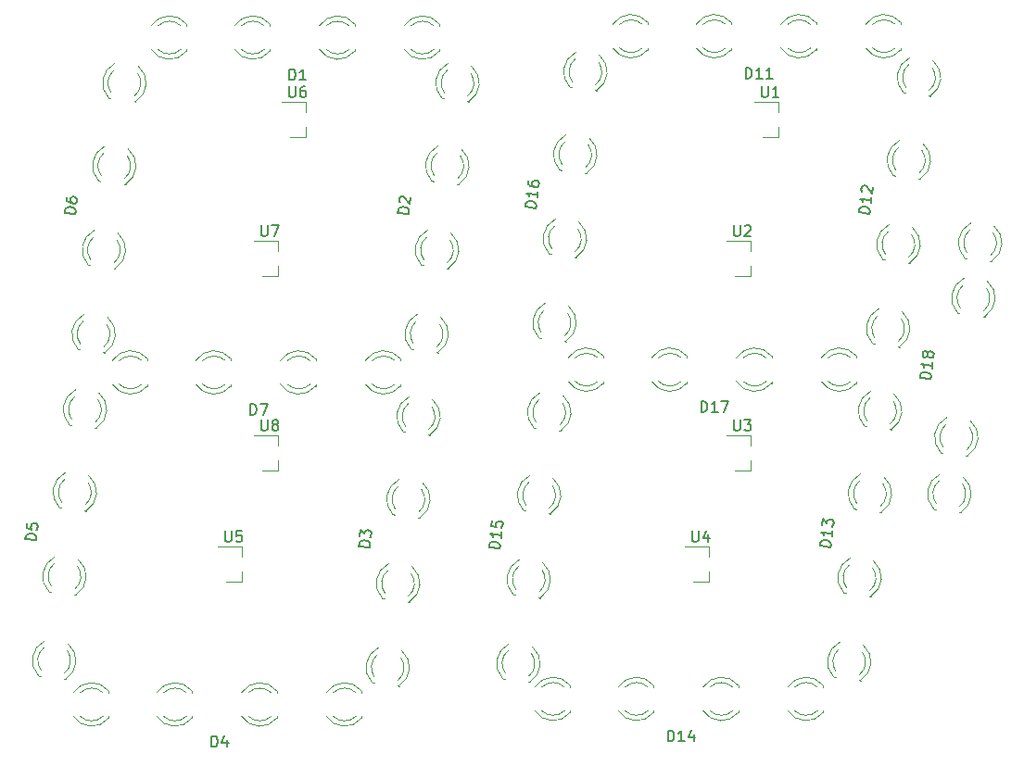
<source format=gto>
G04 #@! TF.GenerationSoftware,KiCad,Pcbnew,5.1.5-5.1.5*
G04 #@! TF.CreationDate,2020-09-06T13:46:07+10:00*
G04 #@! TF.ProjectId,7segment,37736567-6d65-46e7-942e-6b696361645f,rev?*
G04 #@! TF.SameCoordinates,PX292dfe0PY1d11680*
G04 #@! TF.FileFunction,Legend,Top*
G04 #@! TF.FilePolarity,Positive*
%FSLAX46Y46*%
G04 Gerber Fmt 4.6, Leading zero omitted, Abs format (unit mm)*
G04 Created by KiCad (PCBNEW 5.1.5-5.1.5) date 2020-09-06 13:46:07*
%MOMM*%
%LPD*%
G04 APERTURE LIST*
%ADD10C,0.120000*%
%ADD11C,0.150000*%
G04 APERTURE END LIST*
D10*
X88907018Y-30440832D02*
X89061855Y-30459844D01*
X91205755Y-30723082D02*
X91360592Y-30742093D01*
X89457159Y-27251773D02*
G75*
G03X88907499Y-30440891I866762J-1791318D01*
G01*
X91598295Y-27514670D02*
G75*
G02X91360112Y-30742034I-1274374J-1528421D01*
G01*
X89379015Y-27878122D02*
G75*
G03X89125110Y-29944674I944906J-1164969D01*
G01*
X91522591Y-28141320D02*
G75*
G02X91269010Y-30207911I-1198670J-901771D01*
G01*
X88287922Y-35482967D02*
X88442759Y-35501978D01*
X90586659Y-35765216D02*
X90741496Y-35784228D01*
X88838062Y-32293906D02*
G75*
G03X88288402Y-35483026I866763J-1791319D01*
G01*
X90979201Y-32556804D02*
G75*
G02X90741016Y-35784169I-1274376J-1528421D01*
G01*
X88759919Y-32920256D02*
G75*
G03X88506014Y-34986808I944906J-1164969D01*
G01*
X90903495Y-33183454D02*
G75*
G02X90649914Y-35250046I-1198670J-901771D01*
G01*
X86724704Y-48214356D02*
X86879541Y-48233368D01*
X89023441Y-48496606D02*
X89178278Y-48515617D01*
X87274845Y-45025296D02*
G75*
G03X86725184Y-48214415I866762J-1791319D01*
G01*
X89415981Y-45288194D02*
G75*
G02X89177798Y-48515558I-1274374J-1528421D01*
G01*
X87196701Y-45651646D02*
G75*
G03X86942796Y-47718198I944906J-1164969D01*
G01*
X89340277Y-45914844D02*
G75*
G02X89086696Y-47981435I-1198670J-901771D01*
G01*
X88388867Y-53664793D02*
X88543704Y-53683805D01*
X86090130Y-53382544D02*
X86244967Y-53401556D01*
X88705703Y-51083032D02*
G75*
G02X88452122Y-53149623I-1198670J-901771D01*
G01*
X86562128Y-50819835D02*
G75*
G03X86308222Y-52886385I944905J-1164968D01*
G01*
X88781407Y-50456382D02*
G75*
G02X88543224Y-53683746I-1274374J-1528421D01*
G01*
X86640271Y-50193485D02*
G75*
G03X86090611Y-53382603I866762J-1791318D01*
G01*
X26160000Y-49840000D02*
X24700000Y-49840000D01*
X26160000Y-46680000D02*
X24000000Y-46680000D01*
X26160000Y-46680000D02*
X26160000Y-47610000D01*
X26160000Y-49840000D02*
X26160000Y-48910000D01*
X26160000Y-32060000D02*
X24700000Y-32060000D01*
X26160000Y-28900000D02*
X24000000Y-28900000D01*
X26160000Y-28900000D02*
X26160000Y-29830000D01*
X26160000Y-32060000D02*
X26160000Y-31130000D01*
X28700000Y-19360000D02*
X27240000Y-19360000D01*
X28700000Y-16200000D02*
X26540000Y-16200000D01*
X28700000Y-16200000D02*
X28700000Y-17130000D01*
X28700000Y-19360000D02*
X28700000Y-18430000D01*
X22858000Y-60000000D02*
X21398000Y-60000000D01*
X22858000Y-56840000D02*
X20698000Y-56840000D01*
X22858000Y-56840000D02*
X22858000Y-57770000D01*
X22858000Y-60000000D02*
X22858000Y-59070000D01*
X65530000Y-60000000D02*
X64070000Y-60000000D01*
X65530000Y-56840000D02*
X63370000Y-56840000D01*
X65530000Y-56840000D02*
X65530000Y-57770000D01*
X65530000Y-60000000D02*
X65530000Y-59070000D01*
X69340000Y-49840000D02*
X67880000Y-49840000D01*
X69340000Y-46680000D02*
X67180000Y-46680000D01*
X69340000Y-46680000D02*
X69340000Y-47610000D01*
X69340000Y-49840000D02*
X69340000Y-48910000D01*
X69340000Y-32060000D02*
X67880000Y-32060000D01*
X69340000Y-28900000D02*
X67180000Y-28900000D01*
X69340000Y-28900000D02*
X69340000Y-29830000D01*
X69340000Y-32060000D02*
X69340000Y-31130000D01*
X71880000Y-19360000D02*
X70420000Y-19360000D01*
X71880000Y-16200000D02*
X69720000Y-16200000D01*
X71880000Y-16200000D02*
X71880000Y-17130000D01*
X71880000Y-19360000D02*
X71880000Y-18430000D01*
X55916000Y-41876000D02*
X55916000Y-41720000D01*
X55916000Y-39560000D02*
X55916000Y-39404000D01*
X52683665Y-41718608D02*
G75*
G03X55916000Y-41875516I1672335J1078608D01*
G01*
X52683665Y-39561392D02*
G75*
G02X55916000Y-39404484I1672335J-1078608D01*
G01*
X53314870Y-41719837D02*
G75*
G03X55396961Y-41720000I1041130J1079837D01*
G01*
X53314870Y-39560163D02*
G75*
G02X55396961Y-39560000I1041130J-1079837D01*
G01*
X63536000Y-41876000D02*
X63536000Y-41720000D01*
X63536000Y-39560000D02*
X63536000Y-39404000D01*
X60303665Y-41718608D02*
G75*
G03X63536000Y-41875516I1672335J1078608D01*
G01*
X60303665Y-39561392D02*
G75*
G02X63536000Y-39404484I1672335J-1078608D01*
G01*
X60934870Y-41719837D02*
G75*
G03X63016961Y-41720000I1041130J1079837D01*
G01*
X60934870Y-39560163D02*
G75*
G02X63016961Y-39560000I1041130J-1079837D01*
G01*
X71283000Y-41876000D02*
X71283000Y-41720000D01*
X71283000Y-39560000D02*
X71283000Y-39404000D01*
X68050665Y-41718608D02*
G75*
G03X71283000Y-41875516I1672335J1078608D01*
G01*
X68050665Y-39561392D02*
G75*
G02X71283000Y-39404484I1672335J-1078608D01*
G01*
X68681870Y-41719837D02*
G75*
G03X70763961Y-41720000I1041130J1079837D01*
G01*
X68681870Y-39560163D02*
G75*
G02X70763961Y-39560000I1041130J-1079837D01*
G01*
X79030000Y-39560000D02*
X79030000Y-39404000D01*
X79030000Y-41876000D02*
X79030000Y-41720000D01*
X76428870Y-39560163D02*
G75*
G02X78510961Y-39560000I1041130J-1079837D01*
G01*
X76428870Y-41719837D02*
G75*
G03X78510961Y-41720000I1041130J1079837D01*
G01*
X75797665Y-39561392D02*
G75*
G02X79030000Y-39404484I1672335J-1078608D01*
G01*
X75797665Y-41718608D02*
G75*
G03X79030000Y-41875516I1672335J1078608D01*
G01*
X52839018Y-14819832D02*
X52993855Y-14838844D01*
X55137755Y-15102082D02*
X55292592Y-15121093D01*
X53389159Y-11630773D02*
G75*
G03X52839499Y-14819891I866762J-1791318D01*
G01*
X55530295Y-11893670D02*
G75*
G02X55292112Y-15121034I-1274374J-1528421D01*
G01*
X53311015Y-12257122D02*
G75*
G03X53057110Y-14323674I944906J-1164969D01*
G01*
X55454591Y-12520320D02*
G75*
G02X55201010Y-14586911I-1198670J-901771D01*
G01*
X51910374Y-22383034D02*
X52065211Y-22402046D01*
X54209111Y-22665283D02*
X54363948Y-22684295D01*
X52460514Y-19193973D02*
G75*
G03X51910854Y-22383093I866763J-1791319D01*
G01*
X54601653Y-19456872D02*
G75*
G02X54363467Y-22684236I-1274376J-1528420D01*
G01*
X52382371Y-19820323D02*
G75*
G03X52128466Y-21886875I944906J-1164969D01*
G01*
X54525947Y-20083521D02*
G75*
G02X54272366Y-22150113I-1198670J-901771D01*
G01*
X50966252Y-30072289D02*
X51121089Y-30091301D01*
X53264989Y-30354538D02*
X53419826Y-30373550D01*
X51516392Y-26883228D02*
G75*
G03X50966732Y-30072348I866763J-1791319D01*
G01*
X53657531Y-27146126D02*
G75*
G02X53419346Y-30373491I-1274376J-1528421D01*
G01*
X51438249Y-27509578D02*
G75*
G03X51184344Y-29576130I944906J-1164969D01*
G01*
X53581825Y-27772776D02*
G75*
G02X53328244Y-29839368I-1198670J-901771D01*
G01*
X52320867Y-38043793D02*
X52475704Y-38062805D01*
X50022130Y-37761544D02*
X50176967Y-37780556D01*
X52637703Y-35462032D02*
G75*
G02X52384122Y-37528623I-1198670J-901771D01*
G01*
X50494128Y-35198835D02*
G75*
G03X50240222Y-37265385I944905J-1164968D01*
G01*
X52713407Y-34835382D02*
G75*
G02X52475224Y-38062746I-1274374J-1528421D01*
G01*
X50572271Y-34572485D02*
G75*
G03X50022611Y-37761603I866762J-1791318D01*
G01*
X49537018Y-45953332D02*
X49691855Y-45972344D01*
X51835755Y-46235582D02*
X51990592Y-46254593D01*
X50087159Y-42764273D02*
G75*
G03X49537499Y-45953391I866762J-1791318D01*
G01*
X52228295Y-43027170D02*
G75*
G02X51990112Y-46254534I-1274374J-1528421D01*
G01*
X50009015Y-43390622D02*
G75*
G03X49755110Y-45457174I944906J-1164969D01*
G01*
X52152591Y-43653820D02*
G75*
G02X51899010Y-45720411I-1198670J-901771D01*
G01*
X48608374Y-53516534D02*
X48763211Y-53535546D01*
X50907111Y-53798783D02*
X51061948Y-53817795D01*
X49158514Y-50327473D02*
G75*
G03X48608854Y-53516593I866763J-1791319D01*
G01*
X51299653Y-50590372D02*
G75*
G02X51061467Y-53817736I-1274376J-1528420D01*
G01*
X49080371Y-50953823D02*
G75*
G03X48826466Y-53020375I944906J-1164969D01*
G01*
X51223947Y-51217021D02*
G75*
G02X50970366Y-53283613I-1198670J-901771D01*
G01*
X47664252Y-61205789D02*
X47819089Y-61224801D01*
X49962989Y-61488038D02*
X50117826Y-61507050D01*
X48214392Y-58016728D02*
G75*
G03X47664732Y-61205848I866763J-1791319D01*
G01*
X50355531Y-58279626D02*
G75*
G02X50117346Y-61506991I-1274376J-1528421D01*
G01*
X48136249Y-58643078D02*
G75*
G03X47882344Y-60709630I944906J-1164969D01*
G01*
X50279825Y-58906276D02*
G75*
G02X50026244Y-60972868I-1198670J-901771D01*
G01*
X49018867Y-69177293D02*
X49173704Y-69196305D01*
X46720130Y-68895044D02*
X46874967Y-68914056D01*
X49335703Y-66595532D02*
G75*
G02X49082122Y-68662123I-1198670J-901771D01*
G01*
X47192128Y-66332335D02*
G75*
G03X46938222Y-68398885I944905J-1164968D01*
G01*
X49411407Y-65968882D02*
G75*
G02X49173224Y-69196246I-1274374J-1528421D01*
G01*
X47270271Y-65705985D02*
G75*
G03X46720611Y-68895103I866762J-1791318D01*
G01*
X52868000Y-71975000D02*
X52868000Y-71819000D01*
X52868000Y-69659000D02*
X52868000Y-69503000D01*
X49635665Y-71817608D02*
G75*
G03X52868000Y-71974516I1672335J1078608D01*
G01*
X49635665Y-69660392D02*
G75*
G02X52868000Y-69503484I1672335J-1078608D01*
G01*
X50266870Y-71818837D02*
G75*
G03X52348961Y-71819000I1041130J1079837D01*
G01*
X50266870Y-69659163D02*
G75*
G02X52348961Y-69659000I1041130J-1079837D01*
G01*
X60488000Y-71975000D02*
X60488000Y-71819000D01*
X60488000Y-69659000D02*
X60488000Y-69503000D01*
X57255665Y-71817608D02*
G75*
G03X60488000Y-71974516I1672335J1078608D01*
G01*
X57255665Y-69660392D02*
G75*
G02X60488000Y-69503484I1672335J-1078608D01*
G01*
X57886870Y-71818837D02*
G75*
G03X59968961Y-71819000I1041130J1079837D01*
G01*
X57886870Y-69659163D02*
G75*
G02X59968961Y-69659000I1041130J-1079837D01*
G01*
X68235000Y-71975000D02*
X68235000Y-71819000D01*
X68235000Y-69659000D02*
X68235000Y-69503000D01*
X65002665Y-71817608D02*
G75*
G03X68235000Y-71974516I1672335J1078608D01*
G01*
X65002665Y-69660392D02*
G75*
G02X68235000Y-69503484I1672335J-1078608D01*
G01*
X65633870Y-71818837D02*
G75*
G03X67715961Y-71819000I1041130J1079837D01*
G01*
X65633870Y-69659163D02*
G75*
G02X67715961Y-69659000I1041130J-1079837D01*
G01*
X75982000Y-69659000D02*
X75982000Y-69503000D01*
X75982000Y-71975000D02*
X75982000Y-71819000D01*
X73380870Y-69659163D02*
G75*
G02X75462961Y-69659000I1041130J-1079837D01*
G01*
X73380870Y-71818837D02*
G75*
G03X75462961Y-71819000I1041130J1079837D01*
G01*
X72749665Y-69660392D02*
G75*
G02X75982000Y-69503484I1672335J-1078608D01*
G01*
X72749665Y-71817608D02*
G75*
G03X75982000Y-71974516I1672335J1078608D01*
G01*
X79763018Y-45807832D02*
X79917855Y-45826844D01*
X82061755Y-46090082D02*
X82216592Y-46109093D01*
X80313159Y-42618773D02*
G75*
G03X79763499Y-45807891I866762J-1791318D01*
G01*
X82454295Y-42881670D02*
G75*
G02X82216112Y-46109034I-1274374J-1528421D01*
G01*
X80235015Y-43245122D02*
G75*
G03X79981110Y-45311674I944906J-1164969D01*
G01*
X82378591Y-43508320D02*
G75*
G02X82125010Y-45574911I-1198670J-901771D01*
G01*
X78834374Y-53371034D02*
X78989211Y-53390046D01*
X81133111Y-53653283D02*
X81287948Y-53672295D01*
X79384514Y-50181973D02*
G75*
G03X78834854Y-53371093I866763J-1791319D01*
G01*
X81525653Y-50444872D02*
G75*
G02X81287467Y-53672236I-1274376J-1528420D01*
G01*
X79306371Y-50808323D02*
G75*
G03X79052466Y-52874875I944906J-1164969D01*
G01*
X81449947Y-51071521D02*
G75*
G02X81196366Y-53138113I-1198670J-901771D01*
G01*
X77890252Y-61060289D02*
X78045089Y-61079301D01*
X80188989Y-61342538D02*
X80343826Y-61361550D01*
X78440392Y-57871228D02*
G75*
G03X77890732Y-61060348I866763J-1791319D01*
G01*
X80581531Y-58134126D02*
G75*
G02X80343346Y-61361491I-1274376J-1528421D01*
G01*
X78362249Y-58497578D02*
G75*
G03X78108344Y-60564130I944906J-1164969D01*
G01*
X80505825Y-58760776D02*
G75*
G02X80252244Y-60827368I-1198670J-901771D01*
G01*
X79244867Y-69031793D02*
X79399704Y-69050805D01*
X76946130Y-68749544D02*
X77100967Y-68768556D01*
X79561703Y-66450032D02*
G75*
G02X79308122Y-68516623I-1198670J-901771D01*
G01*
X77418128Y-66186835D02*
G75*
G03X77164222Y-68253385I944905J-1164968D01*
G01*
X79637407Y-65823382D02*
G75*
G02X79399224Y-69050746I-1274374J-1528421D01*
G01*
X77496271Y-65560485D02*
G75*
G03X76946611Y-68749603I866762J-1791318D01*
G01*
X83319018Y-15327832D02*
X83473855Y-15346844D01*
X85617755Y-15610082D02*
X85772592Y-15629093D01*
X83869159Y-12138773D02*
G75*
G03X83319499Y-15327891I866762J-1791318D01*
G01*
X86010295Y-12401670D02*
G75*
G02X85772112Y-15629034I-1274374J-1528421D01*
G01*
X83791015Y-12765122D02*
G75*
G03X83537110Y-14831674I944906J-1164969D01*
G01*
X85934591Y-13028320D02*
G75*
G02X85681010Y-15094911I-1198670J-901771D01*
G01*
X82390374Y-22891034D02*
X82545211Y-22910046D01*
X84689111Y-23173283D02*
X84843948Y-23192295D01*
X82940514Y-19701973D02*
G75*
G03X82390854Y-22891093I866763J-1791319D01*
G01*
X85081653Y-19964872D02*
G75*
G02X84843467Y-23192236I-1274376J-1528420D01*
G01*
X82862371Y-20328323D02*
G75*
G03X82608466Y-22394875I944906J-1164969D01*
G01*
X85005947Y-20591521D02*
G75*
G02X84752366Y-22658113I-1198670J-901771D01*
G01*
X81446252Y-30580289D02*
X81601089Y-30599301D01*
X83744989Y-30862538D02*
X83899826Y-30881550D01*
X81996392Y-27391228D02*
G75*
G03X81446732Y-30580348I866763J-1791319D01*
G01*
X84137531Y-27654126D02*
G75*
G02X83899346Y-30881491I-1274376J-1528421D01*
G01*
X81918249Y-28017578D02*
G75*
G03X81664344Y-30084130I944906J-1164969D01*
G01*
X84061825Y-28280776D02*
G75*
G02X83808244Y-30347368I-1198670J-901771D01*
G01*
X82800867Y-38551793D02*
X82955704Y-38570805D01*
X80502130Y-38269544D02*
X80656967Y-38288556D01*
X83117703Y-35970032D02*
G75*
G02X82864122Y-38036623I-1198670J-901771D01*
G01*
X80974128Y-35706835D02*
G75*
G03X80720222Y-37773385I944905J-1164968D01*
G01*
X83193407Y-35343382D02*
G75*
G02X82955224Y-38570746I-1274374J-1528421D01*
G01*
X81052271Y-35080485D02*
G75*
G03X80502611Y-38269603I866762J-1791318D01*
G01*
X59980000Y-11396000D02*
X59980000Y-11240000D01*
X59980000Y-9080000D02*
X59980000Y-8924000D01*
X56747665Y-11238608D02*
G75*
G03X59980000Y-11395516I1672335J1078608D01*
G01*
X56747665Y-9081392D02*
G75*
G02X59980000Y-8924484I1672335J-1078608D01*
G01*
X57378870Y-11239837D02*
G75*
G03X59460961Y-11240000I1041130J1079837D01*
G01*
X57378870Y-9080163D02*
G75*
G02X59460961Y-9080000I1041130J-1079837D01*
G01*
X67600000Y-11396000D02*
X67600000Y-11240000D01*
X67600000Y-9080000D02*
X67600000Y-8924000D01*
X64367665Y-11238608D02*
G75*
G03X67600000Y-11395516I1672335J1078608D01*
G01*
X64367665Y-9081392D02*
G75*
G02X67600000Y-8924484I1672335J-1078608D01*
G01*
X64998870Y-11239837D02*
G75*
G03X67080961Y-11240000I1041130J1079837D01*
G01*
X64998870Y-9080163D02*
G75*
G02X67080961Y-9080000I1041130J-1079837D01*
G01*
X75347000Y-11396000D02*
X75347000Y-11240000D01*
X75347000Y-9080000D02*
X75347000Y-8924000D01*
X72114665Y-11238608D02*
G75*
G03X75347000Y-11395516I1672335J1078608D01*
G01*
X72114665Y-9081392D02*
G75*
G02X75347000Y-8924484I1672335J-1078608D01*
G01*
X72745870Y-11239837D02*
G75*
G03X74827961Y-11240000I1041130J1079837D01*
G01*
X72745870Y-9080163D02*
G75*
G02X74827961Y-9080000I1041130J-1079837D01*
G01*
X83094000Y-9080000D02*
X83094000Y-8924000D01*
X83094000Y-11396000D02*
X83094000Y-11240000D01*
X80492870Y-9080163D02*
G75*
G02X82574961Y-9080000I1041130J-1079837D01*
G01*
X80492870Y-11239837D02*
G75*
G03X82574961Y-11240000I1041130J1079837D01*
G01*
X79861665Y-9081392D02*
G75*
G02X83094000Y-8924484I1672335J-1078608D01*
G01*
X79861665Y-11238608D02*
G75*
G03X83094000Y-11395516I1672335J1078608D01*
G01*
X14260000Y-42130000D02*
X14260000Y-41974000D01*
X14260000Y-39814000D02*
X14260000Y-39658000D01*
X11027665Y-41972608D02*
G75*
G03X14260000Y-42129516I1672335J1078608D01*
G01*
X11027665Y-39815392D02*
G75*
G02X14260000Y-39658484I1672335J-1078608D01*
G01*
X11658870Y-41973837D02*
G75*
G03X13740961Y-41974000I1041130J1079837D01*
G01*
X11658870Y-39814163D02*
G75*
G02X13740961Y-39814000I1041130J-1079837D01*
G01*
X21880000Y-42130000D02*
X21880000Y-41974000D01*
X21880000Y-39814000D02*
X21880000Y-39658000D01*
X18647665Y-41972608D02*
G75*
G03X21880000Y-42129516I1672335J1078608D01*
G01*
X18647665Y-39815392D02*
G75*
G02X21880000Y-39658484I1672335J-1078608D01*
G01*
X19278870Y-41973837D02*
G75*
G03X21360961Y-41974000I1041130J1079837D01*
G01*
X19278870Y-39814163D02*
G75*
G02X21360961Y-39814000I1041130J-1079837D01*
G01*
X29627000Y-42130000D02*
X29627000Y-41974000D01*
X29627000Y-39814000D02*
X29627000Y-39658000D01*
X26394665Y-41972608D02*
G75*
G03X29627000Y-42129516I1672335J1078608D01*
G01*
X26394665Y-39815392D02*
G75*
G02X29627000Y-39658484I1672335J-1078608D01*
G01*
X27025870Y-41973837D02*
G75*
G03X29107961Y-41974000I1041130J1079837D01*
G01*
X27025870Y-39814163D02*
G75*
G02X29107961Y-39814000I1041130J-1079837D01*
G01*
X37374000Y-39814000D02*
X37374000Y-39658000D01*
X37374000Y-42130000D02*
X37374000Y-41974000D01*
X34772870Y-39814163D02*
G75*
G02X36854961Y-39814000I1041130J-1079837D01*
G01*
X34772870Y-41973837D02*
G75*
G03X36854961Y-41974000I1041130J1079837D01*
G01*
X34141665Y-39815392D02*
G75*
G02X37374000Y-39658484I1672335J-1078608D01*
G01*
X34141665Y-41972608D02*
G75*
G03X37374000Y-42129516I1672335J1078608D01*
G01*
X10720718Y-15835832D02*
X10875555Y-15854844D01*
X13019455Y-16118082D02*
X13174292Y-16137093D01*
X11270859Y-12646773D02*
G75*
G03X10721199Y-15835891I866762J-1791318D01*
G01*
X13411995Y-12909670D02*
G75*
G02X13173812Y-16137034I-1274374J-1528421D01*
G01*
X11192715Y-13273122D02*
G75*
G03X10938810Y-15339674I944906J-1164969D01*
G01*
X13336291Y-13536320D02*
G75*
G02X13082710Y-15602911I-1198670J-901771D01*
G01*
X9792074Y-23399034D02*
X9946911Y-23418046D01*
X12090811Y-23681283D02*
X12245648Y-23700295D01*
X10342214Y-20209973D02*
G75*
G03X9792554Y-23399093I866763J-1791319D01*
G01*
X12483353Y-20472872D02*
G75*
G02X12245167Y-23700236I-1274376J-1528420D01*
G01*
X10264071Y-20836323D02*
G75*
G03X10010166Y-22902875I944906J-1164969D01*
G01*
X12407647Y-21099521D02*
G75*
G02X12154066Y-23166113I-1198670J-901771D01*
G01*
X8847952Y-31088289D02*
X9002789Y-31107301D01*
X11146689Y-31370538D02*
X11301526Y-31389550D01*
X9398092Y-27899228D02*
G75*
G03X8848432Y-31088348I866763J-1791319D01*
G01*
X11539231Y-28162126D02*
G75*
G02X11301046Y-31389491I-1274376J-1528421D01*
G01*
X9319949Y-28525578D02*
G75*
G03X9066044Y-30592130I944906J-1164969D01*
G01*
X11463525Y-28788776D02*
G75*
G02X11209944Y-30855368I-1198670J-901771D01*
G01*
X10202567Y-39059793D02*
X10357404Y-39078805D01*
X7903830Y-38777544D02*
X8058667Y-38796556D01*
X10519403Y-36478032D02*
G75*
G02X10265822Y-38544623I-1198670J-901771D01*
G01*
X8375828Y-36214835D02*
G75*
G03X8121922Y-38281385I944905J-1164968D01*
G01*
X10595107Y-35851382D02*
G75*
G02X10356924Y-39078746I-1274374J-1528421D01*
G01*
X8453971Y-35588485D02*
G75*
G03X7904311Y-38777603I866762J-1791318D01*
G01*
X7119018Y-45680832D02*
X7273855Y-45699844D01*
X9417755Y-45963082D02*
X9572592Y-45982093D01*
X7669159Y-42491773D02*
G75*
G03X7119499Y-45680891I866762J-1791318D01*
G01*
X9810295Y-42754670D02*
G75*
G02X9572112Y-45982034I-1274374J-1528421D01*
G01*
X7591015Y-43118122D02*
G75*
G03X7337110Y-45184674I944906J-1164969D01*
G01*
X9734591Y-43381320D02*
G75*
G02X9481010Y-45447911I-1198670J-901771D01*
G01*
X6190374Y-53244034D02*
X6345211Y-53263046D01*
X8489111Y-53526283D02*
X8643948Y-53545295D01*
X6740514Y-50054973D02*
G75*
G03X6190854Y-53244093I866763J-1791319D01*
G01*
X8881653Y-50317872D02*
G75*
G02X8643467Y-53545236I-1274376J-1528420D01*
G01*
X6662371Y-50681323D02*
G75*
G03X6408466Y-52747875I944906J-1164969D01*
G01*
X8805947Y-50944521D02*
G75*
G02X8552366Y-53011113I-1198670J-901771D01*
G01*
X5246252Y-60933289D02*
X5401089Y-60952301D01*
X7544989Y-61215538D02*
X7699826Y-61234550D01*
X5796392Y-57744228D02*
G75*
G03X5246732Y-60933348I866763J-1791319D01*
G01*
X7937531Y-58007126D02*
G75*
G02X7699346Y-61234491I-1274376J-1528421D01*
G01*
X5718249Y-58370578D02*
G75*
G03X5464344Y-60437130I944906J-1164969D01*
G01*
X7861825Y-58633776D02*
G75*
G02X7608244Y-60700368I-1198670J-901771D01*
G01*
X6600867Y-68904793D02*
X6755704Y-68923805D01*
X4302130Y-68622544D02*
X4456967Y-68641556D01*
X6917703Y-66323032D02*
G75*
G02X6664122Y-68389623I-1198670J-901771D01*
G01*
X4774128Y-66059835D02*
G75*
G03X4520222Y-68126385I944905J-1164968D01*
G01*
X6993407Y-65696382D02*
G75*
G02X6755224Y-68923746I-1274374J-1528421D01*
G01*
X4852271Y-65433485D02*
G75*
G03X4302611Y-68622603I866762J-1791318D01*
G01*
X10704000Y-72483000D02*
X10704000Y-72327000D01*
X10704000Y-70167000D02*
X10704000Y-70011000D01*
X7471665Y-72325608D02*
G75*
G03X10704000Y-72482516I1672335J1078608D01*
G01*
X7471665Y-70168392D02*
G75*
G02X10704000Y-70011484I1672335J-1078608D01*
G01*
X8102870Y-72326837D02*
G75*
G03X10184961Y-72327000I1041130J1079837D01*
G01*
X8102870Y-70167163D02*
G75*
G02X10184961Y-70167000I1041130J-1079837D01*
G01*
X18324000Y-72483000D02*
X18324000Y-72327000D01*
X18324000Y-70167000D02*
X18324000Y-70011000D01*
X15091665Y-72325608D02*
G75*
G03X18324000Y-72482516I1672335J1078608D01*
G01*
X15091665Y-70168392D02*
G75*
G02X18324000Y-70011484I1672335J-1078608D01*
G01*
X15722870Y-72326837D02*
G75*
G03X17804961Y-72327000I1041130J1079837D01*
G01*
X15722870Y-70167163D02*
G75*
G02X17804961Y-70167000I1041130J-1079837D01*
G01*
X26071000Y-72483000D02*
X26071000Y-72327000D01*
X26071000Y-70167000D02*
X26071000Y-70011000D01*
X22838665Y-72325608D02*
G75*
G03X26071000Y-72482516I1672335J1078608D01*
G01*
X22838665Y-70168392D02*
G75*
G02X26071000Y-70011484I1672335J-1078608D01*
G01*
X23469870Y-72326837D02*
G75*
G03X25551961Y-72327000I1041130J1079837D01*
G01*
X23469870Y-70167163D02*
G75*
G02X25551961Y-70167000I1041130J-1079837D01*
G01*
X33818000Y-70167000D02*
X33818000Y-70011000D01*
X33818000Y-72483000D02*
X33818000Y-72327000D01*
X31216870Y-70167163D02*
G75*
G02X33298961Y-70167000I1041130J-1079837D01*
G01*
X31216870Y-72326837D02*
G75*
G03X33298961Y-72327000I1041130J1079837D01*
G01*
X30585665Y-70168392D02*
G75*
G02X33818000Y-70011484I1672335J-1078608D01*
G01*
X30585665Y-72325608D02*
G75*
G03X33818000Y-72482516I1672335J1078608D01*
G01*
X37599018Y-46315832D02*
X37753855Y-46334844D01*
X39897755Y-46598082D02*
X40052592Y-46617093D01*
X38149159Y-43126773D02*
G75*
G03X37599499Y-46315891I866762J-1791318D01*
G01*
X40290295Y-43389670D02*
G75*
G02X40052112Y-46617034I-1274374J-1528421D01*
G01*
X38071015Y-43753122D02*
G75*
G03X37817110Y-45819674I944906J-1164969D01*
G01*
X40214591Y-44016320D02*
G75*
G02X39961010Y-46082911I-1198670J-901771D01*
G01*
X36670374Y-53879034D02*
X36825211Y-53898046D01*
X38969111Y-54161283D02*
X39123948Y-54180295D01*
X37220514Y-50689973D02*
G75*
G03X36670854Y-53879093I866763J-1791319D01*
G01*
X39361653Y-50952872D02*
G75*
G02X39123467Y-54180236I-1274376J-1528420D01*
G01*
X37142371Y-51316323D02*
G75*
G03X36888466Y-53382875I944906J-1164969D01*
G01*
X39285947Y-51579521D02*
G75*
G02X39032366Y-53646113I-1198670J-901771D01*
G01*
X35726252Y-61568289D02*
X35881089Y-61587301D01*
X38024989Y-61850538D02*
X38179826Y-61869550D01*
X36276392Y-58379228D02*
G75*
G03X35726732Y-61568348I866763J-1791319D01*
G01*
X38417531Y-58642126D02*
G75*
G02X38179346Y-61869491I-1274376J-1528421D01*
G01*
X36198249Y-59005578D02*
G75*
G03X35944344Y-61072130I944906J-1164969D01*
G01*
X38341825Y-59268776D02*
G75*
G02X38088244Y-61335368I-1198670J-901771D01*
G01*
X37080867Y-69539793D02*
X37235704Y-69558805D01*
X34782130Y-69257544D02*
X34936967Y-69276556D01*
X37397703Y-66958032D02*
G75*
G02X37144122Y-69024623I-1198670J-901771D01*
G01*
X35254128Y-66694835D02*
G75*
G03X35000222Y-68761385I944905J-1164968D01*
G01*
X37473407Y-66331382D02*
G75*
G02X37235224Y-69558746I-1274374J-1528421D01*
G01*
X35332271Y-66068485D02*
G75*
G03X34782611Y-69257603I866762J-1791318D01*
G01*
X41155018Y-15835832D02*
X41309855Y-15854844D01*
X43453755Y-16118082D02*
X43608592Y-16137093D01*
X41705159Y-12646773D02*
G75*
G03X41155499Y-15835891I866762J-1791318D01*
G01*
X43846295Y-12909670D02*
G75*
G02X43608112Y-16137034I-1274374J-1528421D01*
G01*
X41627015Y-13273122D02*
G75*
G03X41373110Y-15339674I944906J-1164969D01*
G01*
X43770591Y-13536320D02*
G75*
G02X43517010Y-15602911I-1198670J-901771D01*
G01*
X40226374Y-23399034D02*
X40381211Y-23418046D01*
X42525111Y-23681283D02*
X42679948Y-23700295D01*
X40776514Y-20209973D02*
G75*
G03X40226854Y-23399093I866763J-1791319D01*
G01*
X42917653Y-20472872D02*
G75*
G02X42679467Y-23700236I-1274376J-1528420D01*
G01*
X40698371Y-20836323D02*
G75*
G03X40444466Y-22902875I944906J-1164969D01*
G01*
X42841947Y-21099521D02*
G75*
G02X42588366Y-23166113I-1198670J-901771D01*
G01*
X39282252Y-31088289D02*
X39437089Y-31107301D01*
X41580989Y-31370538D02*
X41735826Y-31389550D01*
X39832392Y-27899228D02*
G75*
G03X39282732Y-31088348I866763J-1791319D01*
G01*
X41973531Y-28162126D02*
G75*
G02X41735346Y-31389491I-1274376J-1528421D01*
G01*
X39754249Y-28525578D02*
G75*
G03X39500344Y-30592130I944906J-1164969D01*
G01*
X41897825Y-28788776D02*
G75*
G02X41644244Y-30855368I-1198670J-901771D01*
G01*
X40636867Y-39059793D02*
X40791704Y-39078805D01*
X38338130Y-38777544D02*
X38492967Y-38796556D01*
X40953703Y-36478032D02*
G75*
G02X40700122Y-38544623I-1198670J-901771D01*
G01*
X38810128Y-36214835D02*
G75*
G03X38556222Y-38281385I944905J-1164968D01*
G01*
X41029407Y-35851382D02*
G75*
G02X40791224Y-39078746I-1274374J-1528421D01*
G01*
X38888271Y-35588485D02*
G75*
G03X38338611Y-38777603I866762J-1791318D01*
G01*
X17816000Y-11523000D02*
X17816000Y-11367000D01*
X17816000Y-9207000D02*
X17816000Y-9051000D01*
X14583665Y-11365608D02*
G75*
G03X17816000Y-11522516I1672335J1078608D01*
G01*
X14583665Y-9208392D02*
G75*
G02X17816000Y-9051484I1672335J-1078608D01*
G01*
X15214870Y-11366837D02*
G75*
G03X17296961Y-11367000I1041130J1079837D01*
G01*
X15214870Y-9207163D02*
G75*
G02X17296961Y-9207000I1041130J-1079837D01*
G01*
X25436000Y-11523000D02*
X25436000Y-11367000D01*
X25436000Y-9207000D02*
X25436000Y-9051000D01*
X22203665Y-11365608D02*
G75*
G03X25436000Y-11522516I1672335J1078608D01*
G01*
X22203665Y-9208392D02*
G75*
G02X25436000Y-9051484I1672335J-1078608D01*
G01*
X22834870Y-11366837D02*
G75*
G03X24916961Y-11367000I1041130J1079837D01*
G01*
X22834870Y-9207163D02*
G75*
G02X24916961Y-9207000I1041130J-1079837D01*
G01*
X33183000Y-11523000D02*
X33183000Y-11367000D01*
X33183000Y-9207000D02*
X33183000Y-9051000D01*
X29950665Y-11365608D02*
G75*
G03X33183000Y-11522516I1672335J1078608D01*
G01*
X29950665Y-9208392D02*
G75*
G02X33183000Y-9051484I1672335J-1078608D01*
G01*
X30581870Y-11366837D02*
G75*
G03X32663961Y-11367000I1041130J1079837D01*
G01*
X30581870Y-9207163D02*
G75*
G02X32663961Y-9207000I1041130J-1079837D01*
G01*
X40930000Y-9207000D02*
X40930000Y-9051000D01*
X40930000Y-11523000D02*
X40930000Y-11367000D01*
X38328870Y-9207163D02*
G75*
G02X40410961Y-9207000I1041130J-1079837D01*
G01*
X38328870Y-11366837D02*
G75*
G03X40410961Y-11367000I1041130J1079837D01*
G01*
X37697665Y-9208392D02*
G75*
G02X40930000Y-9051484I1672335J-1078608D01*
G01*
X37697665Y-11365608D02*
G75*
G03X40930000Y-11522516I1672335J1078608D01*
G01*
D11*
X85797583Y-41482475D02*
X84805037Y-41360606D01*
X84834054Y-41124286D01*
X84898728Y-40988297D01*
X85004862Y-40905375D01*
X85105194Y-40869718D01*
X85300054Y-40845667D01*
X85441846Y-40863077D01*
X85625099Y-40933554D01*
X85713824Y-40992425D01*
X85796746Y-41098559D01*
X85826600Y-41246155D01*
X85797583Y-41482475D01*
X85983289Y-39970024D02*
X85913649Y-40537193D01*
X85948469Y-40253609D02*
X84955923Y-40131739D01*
X85086109Y-40243678D01*
X85169030Y-40349812D01*
X85204688Y-40450144D01*
X85485759Y-39333215D02*
X85426889Y-39421940D01*
X85373821Y-39463401D01*
X85273490Y-39499059D01*
X85226226Y-39493255D01*
X85137501Y-39434385D01*
X85096040Y-39381317D01*
X85060382Y-39280986D01*
X85083596Y-39091929D01*
X85142466Y-39003204D01*
X85195534Y-38961744D01*
X85295865Y-38926086D01*
X85343129Y-38931889D01*
X85431854Y-38990760D01*
X85473315Y-39043827D01*
X85508973Y-39144159D01*
X85485759Y-39333215D01*
X85521417Y-39433547D01*
X85562878Y-39486614D01*
X85651603Y-39545485D01*
X85840659Y-39568698D01*
X85940990Y-39533041D01*
X85994058Y-39491580D01*
X86052929Y-39402855D01*
X86076142Y-39213799D01*
X86040484Y-39113467D01*
X85999023Y-39060400D01*
X85910299Y-39001529D01*
X85721242Y-38978316D01*
X85620911Y-39013973D01*
X85567843Y-39055434D01*
X85508973Y-39144159D01*
X24638095Y-45212380D02*
X24638095Y-46021904D01*
X24685714Y-46117142D01*
X24733333Y-46164761D01*
X24828571Y-46212380D01*
X25019047Y-46212380D01*
X25114285Y-46164761D01*
X25161904Y-46117142D01*
X25209523Y-46021904D01*
X25209523Y-45212380D01*
X25828571Y-45640952D02*
X25733333Y-45593333D01*
X25685714Y-45545714D01*
X25638095Y-45450476D01*
X25638095Y-45402857D01*
X25685714Y-45307619D01*
X25733333Y-45260000D01*
X25828571Y-45212380D01*
X26019047Y-45212380D01*
X26114285Y-45260000D01*
X26161904Y-45307619D01*
X26209523Y-45402857D01*
X26209523Y-45450476D01*
X26161904Y-45545714D01*
X26114285Y-45593333D01*
X26019047Y-45640952D01*
X25828571Y-45640952D01*
X25733333Y-45688571D01*
X25685714Y-45736190D01*
X25638095Y-45831428D01*
X25638095Y-46021904D01*
X25685714Y-46117142D01*
X25733333Y-46164761D01*
X25828571Y-46212380D01*
X26019047Y-46212380D01*
X26114285Y-46164761D01*
X26161904Y-46117142D01*
X26209523Y-46021904D01*
X26209523Y-45831428D01*
X26161904Y-45736190D01*
X26114285Y-45688571D01*
X26019047Y-45640952D01*
X24638095Y-27432380D02*
X24638095Y-28241904D01*
X24685714Y-28337142D01*
X24733333Y-28384761D01*
X24828571Y-28432380D01*
X25019047Y-28432380D01*
X25114285Y-28384761D01*
X25161904Y-28337142D01*
X25209523Y-28241904D01*
X25209523Y-27432380D01*
X25590476Y-27432380D02*
X26257142Y-27432380D01*
X25828571Y-28432380D01*
X27178095Y-14732380D02*
X27178095Y-15541904D01*
X27225714Y-15637142D01*
X27273333Y-15684761D01*
X27368571Y-15732380D01*
X27559047Y-15732380D01*
X27654285Y-15684761D01*
X27701904Y-15637142D01*
X27749523Y-15541904D01*
X27749523Y-14732380D01*
X28654285Y-14732380D02*
X28463809Y-14732380D01*
X28368571Y-14780000D01*
X28320952Y-14827619D01*
X28225714Y-14970476D01*
X28178095Y-15160952D01*
X28178095Y-15541904D01*
X28225714Y-15637142D01*
X28273333Y-15684761D01*
X28368571Y-15732380D01*
X28559047Y-15732380D01*
X28654285Y-15684761D01*
X28701904Y-15637142D01*
X28749523Y-15541904D01*
X28749523Y-15303809D01*
X28701904Y-15208571D01*
X28654285Y-15160952D01*
X28559047Y-15113333D01*
X28368571Y-15113333D01*
X28273333Y-15160952D01*
X28225714Y-15208571D01*
X28178095Y-15303809D01*
X21336095Y-55372380D02*
X21336095Y-56181904D01*
X21383714Y-56277142D01*
X21431333Y-56324761D01*
X21526571Y-56372380D01*
X21717047Y-56372380D01*
X21812285Y-56324761D01*
X21859904Y-56277142D01*
X21907523Y-56181904D01*
X21907523Y-55372380D01*
X22859904Y-55372380D02*
X22383714Y-55372380D01*
X22336095Y-55848571D01*
X22383714Y-55800952D01*
X22478952Y-55753333D01*
X22717047Y-55753333D01*
X22812285Y-55800952D01*
X22859904Y-55848571D01*
X22907523Y-55943809D01*
X22907523Y-56181904D01*
X22859904Y-56277142D01*
X22812285Y-56324761D01*
X22717047Y-56372380D01*
X22478952Y-56372380D01*
X22383714Y-56324761D01*
X22336095Y-56277142D01*
X64008095Y-55372380D02*
X64008095Y-56181904D01*
X64055714Y-56277142D01*
X64103333Y-56324761D01*
X64198571Y-56372380D01*
X64389047Y-56372380D01*
X64484285Y-56324761D01*
X64531904Y-56277142D01*
X64579523Y-56181904D01*
X64579523Y-55372380D01*
X65484285Y-55705714D02*
X65484285Y-56372380D01*
X65246190Y-55324761D02*
X65008095Y-56039047D01*
X65627142Y-56039047D01*
X67818095Y-45212380D02*
X67818095Y-46021904D01*
X67865714Y-46117142D01*
X67913333Y-46164761D01*
X68008571Y-46212380D01*
X68199047Y-46212380D01*
X68294285Y-46164761D01*
X68341904Y-46117142D01*
X68389523Y-46021904D01*
X68389523Y-45212380D01*
X68770476Y-45212380D02*
X69389523Y-45212380D01*
X69056190Y-45593333D01*
X69199047Y-45593333D01*
X69294285Y-45640952D01*
X69341904Y-45688571D01*
X69389523Y-45783809D01*
X69389523Y-46021904D01*
X69341904Y-46117142D01*
X69294285Y-46164761D01*
X69199047Y-46212380D01*
X68913333Y-46212380D01*
X68818095Y-46164761D01*
X68770476Y-46117142D01*
X67818095Y-27432380D02*
X67818095Y-28241904D01*
X67865714Y-28337142D01*
X67913333Y-28384761D01*
X68008571Y-28432380D01*
X68199047Y-28432380D01*
X68294285Y-28384761D01*
X68341904Y-28337142D01*
X68389523Y-28241904D01*
X68389523Y-27432380D01*
X68818095Y-27527619D02*
X68865714Y-27480000D01*
X68960952Y-27432380D01*
X69199047Y-27432380D01*
X69294285Y-27480000D01*
X69341904Y-27527619D01*
X69389523Y-27622857D01*
X69389523Y-27718095D01*
X69341904Y-27860952D01*
X68770476Y-28432380D01*
X69389523Y-28432380D01*
X70358095Y-14732380D02*
X70358095Y-15541904D01*
X70405714Y-15637142D01*
X70453333Y-15684761D01*
X70548571Y-15732380D01*
X70739047Y-15732380D01*
X70834285Y-15684761D01*
X70881904Y-15637142D01*
X70929523Y-15541904D01*
X70929523Y-14732380D01*
X71929523Y-15732380D02*
X71358095Y-15732380D01*
X71643809Y-15732380D02*
X71643809Y-14732380D01*
X71548571Y-14875238D01*
X71453333Y-14970476D01*
X71358095Y-15018095D01*
X64825714Y-44521380D02*
X64825714Y-43521380D01*
X65063809Y-43521380D01*
X65206666Y-43569000D01*
X65301904Y-43664238D01*
X65349523Y-43759476D01*
X65397142Y-43949952D01*
X65397142Y-44092809D01*
X65349523Y-44283285D01*
X65301904Y-44378523D01*
X65206666Y-44473761D01*
X65063809Y-44521380D01*
X64825714Y-44521380D01*
X66349523Y-44521380D02*
X65778095Y-44521380D01*
X66063809Y-44521380D02*
X66063809Y-43521380D01*
X65968571Y-43664238D01*
X65873333Y-43759476D01*
X65778095Y-43807095D01*
X66682857Y-43521380D02*
X67349523Y-43521380D01*
X66920952Y-44521380D01*
X49729583Y-25861475D02*
X48737037Y-25739606D01*
X48766054Y-25503286D01*
X48830728Y-25367297D01*
X48936862Y-25284375D01*
X49037194Y-25248718D01*
X49232054Y-25224667D01*
X49373846Y-25242077D01*
X49557099Y-25312554D01*
X49645824Y-25371425D01*
X49728746Y-25477559D01*
X49758600Y-25625155D01*
X49729583Y-25861475D01*
X49915289Y-24349024D02*
X49845649Y-24916193D01*
X49880469Y-24632609D02*
X48887923Y-24510739D01*
X49018109Y-24622678D01*
X49101030Y-24728812D01*
X49136688Y-24829144D01*
X49027202Y-23376401D02*
X49003989Y-23565457D01*
X49039647Y-23665789D01*
X49081107Y-23718856D01*
X49211293Y-23830794D01*
X49394546Y-23901272D01*
X49772659Y-23947698D01*
X49872990Y-23912041D01*
X49926058Y-23870580D01*
X49984929Y-23781855D01*
X50008142Y-23592799D01*
X49972484Y-23492467D01*
X49931023Y-23439400D01*
X49842299Y-23380529D01*
X49605978Y-23351512D01*
X49505647Y-23387170D01*
X49452579Y-23428631D01*
X49393708Y-23517356D01*
X49370495Y-23706412D01*
X49406153Y-23806744D01*
X49447614Y-23859811D01*
X49536338Y-23918682D01*
X46427583Y-56994975D02*
X45435037Y-56873106D01*
X45464054Y-56636786D01*
X45528728Y-56500797D01*
X45634862Y-56417875D01*
X45735194Y-56382218D01*
X45930054Y-56358167D01*
X46071846Y-56375577D01*
X46255099Y-56446054D01*
X46343824Y-56504925D01*
X46426746Y-56611059D01*
X46456600Y-56758655D01*
X46427583Y-56994975D01*
X46613289Y-55482524D02*
X46543649Y-56049693D01*
X46578469Y-55766109D02*
X45585923Y-55644239D01*
X45716109Y-55756178D01*
X45799030Y-55862312D01*
X45834688Y-55962644D01*
X45731006Y-54462637D02*
X45672973Y-54935278D01*
X46139810Y-55040575D01*
X46098349Y-54987508D01*
X46062692Y-54887176D01*
X46091708Y-54650856D01*
X46150579Y-54562131D01*
X46203647Y-54520670D01*
X46303978Y-54485012D01*
X46540299Y-54514029D01*
X46629023Y-54572900D01*
X46670484Y-54625967D01*
X46706142Y-54726299D01*
X46677125Y-54962619D01*
X46618255Y-55051344D01*
X46565187Y-55092805D01*
X61777714Y-74620380D02*
X61777714Y-73620380D01*
X62015809Y-73620380D01*
X62158666Y-73668000D01*
X62253904Y-73763238D01*
X62301523Y-73858476D01*
X62349142Y-74048952D01*
X62349142Y-74191809D01*
X62301523Y-74382285D01*
X62253904Y-74477523D01*
X62158666Y-74572761D01*
X62015809Y-74620380D01*
X61777714Y-74620380D01*
X63301523Y-74620380D02*
X62730095Y-74620380D01*
X63015809Y-74620380D02*
X63015809Y-73620380D01*
X62920571Y-73763238D01*
X62825333Y-73858476D01*
X62730095Y-73906095D01*
X64158666Y-73953714D02*
X64158666Y-74620380D01*
X63920571Y-73572761D02*
X63682476Y-74287047D01*
X64301523Y-74287047D01*
X76653583Y-56849475D02*
X75661037Y-56727606D01*
X75690054Y-56491286D01*
X75754728Y-56355297D01*
X75860862Y-56272375D01*
X75961194Y-56236718D01*
X76156054Y-56212667D01*
X76297846Y-56230077D01*
X76481099Y-56300554D01*
X76569824Y-56359425D01*
X76652746Y-56465559D01*
X76682600Y-56613155D01*
X76653583Y-56849475D01*
X76839289Y-55337024D02*
X76769649Y-55904193D01*
X76804469Y-55620609D02*
X75811923Y-55498739D01*
X75942109Y-55610678D01*
X76025030Y-55716812D01*
X76060688Y-55817144D01*
X75887366Y-54884306D02*
X75962809Y-54269873D01*
X76300299Y-54647148D01*
X76317708Y-54505356D01*
X76376579Y-54416631D01*
X76429647Y-54375170D01*
X76529978Y-54339512D01*
X76766299Y-54368529D01*
X76855023Y-54427400D01*
X76896484Y-54480467D01*
X76932142Y-54580799D01*
X76897322Y-54864383D01*
X76838451Y-54953108D01*
X76785384Y-54994569D01*
X80209583Y-26369475D02*
X79217037Y-26247606D01*
X79246054Y-26011286D01*
X79310728Y-25875297D01*
X79416862Y-25792375D01*
X79517194Y-25756718D01*
X79712054Y-25732667D01*
X79853846Y-25750077D01*
X80037099Y-25820554D01*
X80125824Y-25879425D01*
X80208746Y-25985559D01*
X80238600Y-26133155D01*
X80209583Y-26369475D01*
X80395289Y-24857024D02*
X80325649Y-25424193D01*
X80360469Y-25140609D02*
X79367923Y-25018739D01*
X79498109Y-25130678D01*
X79581030Y-25236812D01*
X79616688Y-25337144D01*
X79543697Y-24368649D02*
X79502237Y-24315581D01*
X79466579Y-24215250D01*
X79495596Y-23978929D01*
X79554466Y-23890204D01*
X79607534Y-23848744D01*
X79707865Y-23813086D01*
X79802393Y-23824693D01*
X79938382Y-23889367D01*
X80435912Y-24526175D01*
X80511355Y-23911742D01*
X68889714Y-14041380D02*
X68889714Y-13041380D01*
X69127809Y-13041380D01*
X69270666Y-13089000D01*
X69365904Y-13184238D01*
X69413523Y-13279476D01*
X69461142Y-13469952D01*
X69461142Y-13612809D01*
X69413523Y-13803285D01*
X69365904Y-13898523D01*
X69270666Y-13993761D01*
X69127809Y-14041380D01*
X68889714Y-14041380D01*
X70413523Y-14041380D02*
X69842095Y-14041380D01*
X70127809Y-14041380D02*
X70127809Y-13041380D01*
X70032571Y-13184238D01*
X69937333Y-13279476D01*
X69842095Y-13327095D01*
X71365904Y-14041380D02*
X70794476Y-14041380D01*
X71080190Y-14041380D02*
X71080190Y-13041380D01*
X70984952Y-13184238D01*
X70889714Y-13279476D01*
X70794476Y-13327095D01*
X23645904Y-44775380D02*
X23645904Y-43775380D01*
X23884000Y-43775380D01*
X24026857Y-43823000D01*
X24122095Y-43918238D01*
X24169714Y-44013476D01*
X24217333Y-44203952D01*
X24217333Y-44346809D01*
X24169714Y-44537285D01*
X24122095Y-44632523D01*
X24026857Y-44727761D01*
X23884000Y-44775380D01*
X23645904Y-44775380D01*
X24550666Y-43775380D02*
X25217333Y-43775380D01*
X24788761Y-44775380D01*
X7669316Y-26404834D02*
X6676770Y-26282965D01*
X6705787Y-26046645D01*
X6770461Y-25910656D01*
X6876595Y-25827734D01*
X6976927Y-25792076D01*
X7171787Y-25768026D01*
X7313579Y-25785436D01*
X7496832Y-25855913D01*
X7585557Y-25914784D01*
X7668479Y-26020918D01*
X7698333Y-26168514D01*
X7669316Y-26404834D01*
X6850869Y-24865042D02*
X6827656Y-25054098D01*
X6863313Y-25154430D01*
X6904774Y-25207497D01*
X7034960Y-25319435D01*
X7218213Y-25389913D01*
X7596326Y-25436339D01*
X7696657Y-25400682D01*
X7749725Y-25359221D01*
X7808596Y-25270496D01*
X7831809Y-25081440D01*
X7796151Y-24981108D01*
X7754690Y-24928041D01*
X7665966Y-24869170D01*
X7429645Y-24840153D01*
X7329314Y-24875811D01*
X7276246Y-24917272D01*
X7217375Y-25005997D01*
X7194162Y-25195053D01*
X7229820Y-25295385D01*
X7271281Y-25348452D01*
X7360005Y-25407323D01*
X4067616Y-56249834D02*
X3075070Y-56127965D01*
X3104087Y-55891645D01*
X3168761Y-55755656D01*
X3274895Y-55672734D01*
X3375227Y-55637076D01*
X3570087Y-55613026D01*
X3711879Y-55630436D01*
X3895132Y-55700913D01*
X3983857Y-55759784D01*
X4066779Y-55865918D01*
X4096633Y-56013514D01*
X4067616Y-56249834D01*
X3254973Y-54662778D02*
X3196939Y-55135419D01*
X3663777Y-55240716D01*
X3622316Y-55187649D01*
X3586659Y-55087317D01*
X3615675Y-54850997D01*
X3674546Y-54762272D01*
X3727614Y-54720811D01*
X3827945Y-54685153D01*
X4064266Y-54714170D01*
X4152990Y-54773041D01*
X4194451Y-54826108D01*
X4230109Y-54926440D01*
X4201092Y-55162760D01*
X4142222Y-55251485D01*
X4089154Y-55292946D01*
X20089904Y-75128380D02*
X20089904Y-74128380D01*
X20328000Y-74128380D01*
X20470857Y-74176000D01*
X20566095Y-74271238D01*
X20613714Y-74366476D01*
X20661333Y-74556952D01*
X20661333Y-74699809D01*
X20613714Y-74890285D01*
X20566095Y-74985523D01*
X20470857Y-75080761D01*
X20328000Y-75128380D01*
X20089904Y-75128380D01*
X21518476Y-74461714D02*
X21518476Y-75128380D01*
X21280380Y-74080761D02*
X21042285Y-74795047D01*
X21661333Y-74795047D01*
X34547616Y-56884834D02*
X33555070Y-56762965D01*
X33584087Y-56526645D01*
X33648761Y-56390656D01*
X33754895Y-56307734D01*
X33855227Y-56272076D01*
X34050087Y-56248026D01*
X34191879Y-56265436D01*
X34375132Y-56335913D01*
X34463857Y-56394784D01*
X34546779Y-56500918D01*
X34576633Y-56648514D01*
X34547616Y-56884834D01*
X33665333Y-55864947D02*
X33740776Y-55250514D01*
X34078266Y-55627789D01*
X34095675Y-55485997D01*
X34154546Y-55397272D01*
X34207614Y-55355811D01*
X34307945Y-55320153D01*
X34544266Y-55349170D01*
X34632990Y-55408041D01*
X34674451Y-55461108D01*
X34710109Y-55561440D01*
X34675289Y-55845024D01*
X34616418Y-55933749D01*
X34563351Y-55975210D01*
X38103616Y-26404834D02*
X37111070Y-26282965D01*
X37140087Y-26046645D01*
X37204761Y-25910656D01*
X37310895Y-25827734D01*
X37411227Y-25792076D01*
X37606087Y-25768026D01*
X37747879Y-25785436D01*
X37931132Y-25855913D01*
X38019857Y-25914784D01*
X38102779Y-26020918D01*
X38132633Y-26168514D01*
X38103616Y-26404834D01*
X37321664Y-25349290D02*
X37280204Y-25296222D01*
X37244546Y-25195891D01*
X37273563Y-24959570D01*
X37332433Y-24870845D01*
X37385501Y-24829385D01*
X37485832Y-24793727D01*
X37580360Y-24805334D01*
X37716349Y-24870008D01*
X38213879Y-25506817D01*
X38289322Y-24892383D01*
X27201904Y-14168380D02*
X27201904Y-13168380D01*
X27440000Y-13168380D01*
X27582857Y-13216000D01*
X27678095Y-13311238D01*
X27725714Y-13406476D01*
X27773333Y-13596952D01*
X27773333Y-13739809D01*
X27725714Y-13930285D01*
X27678095Y-14025523D01*
X27582857Y-14120761D01*
X27440000Y-14168380D01*
X27201904Y-14168380D01*
X28725714Y-14168380D02*
X28154285Y-14168380D01*
X28440000Y-14168380D02*
X28440000Y-13168380D01*
X28344761Y-13311238D01*
X28249523Y-13406476D01*
X28154285Y-13454095D01*
M02*

</source>
